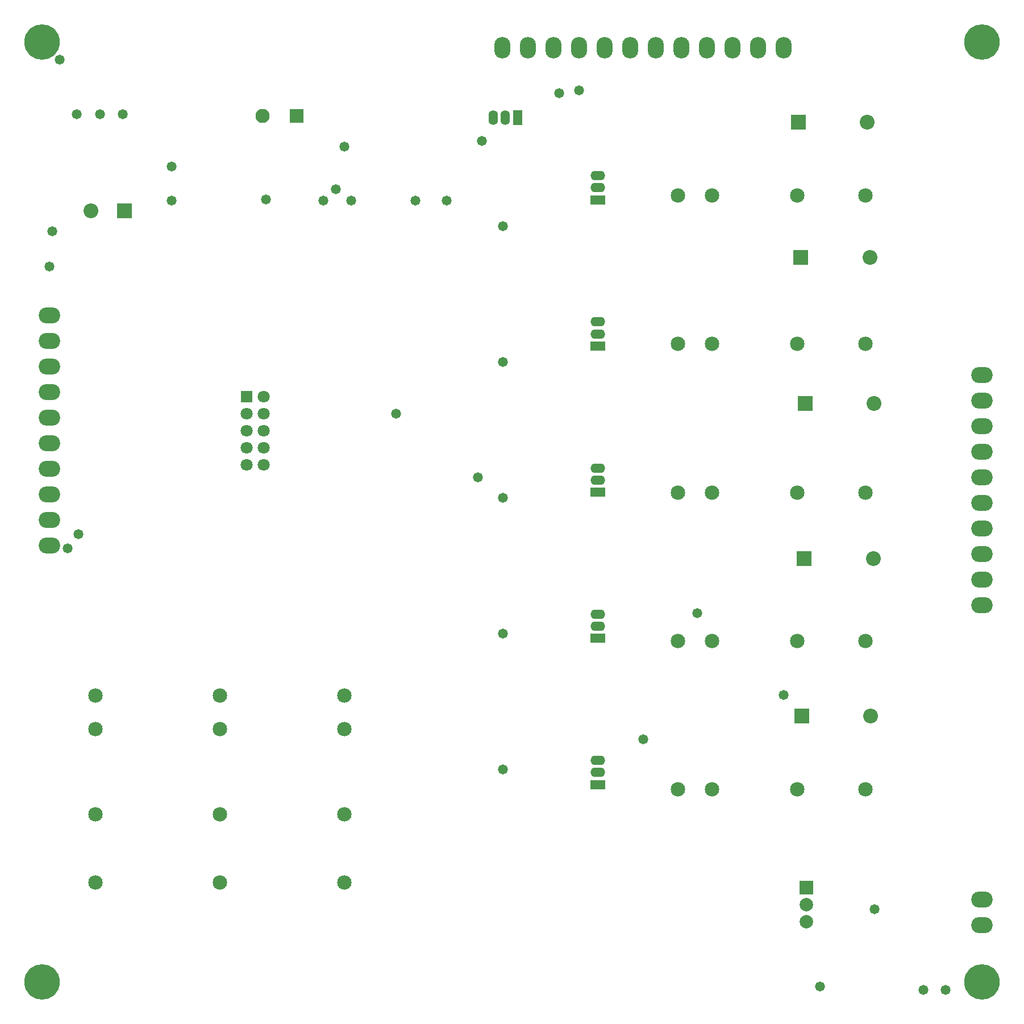
<source format=gbs>
G04*
G04 #@! TF.GenerationSoftware,Altium Limited,Altium Designer,22.3.1 (43)*
G04*
G04 Layer_Color=16711935*
%FSLAX25Y25*%
%MOIN*%
G70*
G04*
G04 #@! TF.SameCoordinates,ABD3340E-3DDB-4FBE-A437-06F7E2321E34*
G04*
G04*
G04 #@! TF.FilePolarity,Negative*
G04*
G01*
G75*
%ADD40R,0.08674X0.08674*%
%ADD44R,0.08280X0.08280*%
%ADD45C,0.08280*%
%ADD46O,0.08674X0.05524*%
%ADD47R,0.08674X0.05524*%
%ADD48C,0.07887*%
%ADD49R,0.07887X0.07887*%
%ADD50C,0.08477*%
%ADD51C,0.07099*%
%ADD52R,0.07099X0.07099*%
%ADD53O,0.12611X0.09461*%
%ADD54C,0.20800*%
%ADD55O,0.05524X0.08674*%
%ADD56R,0.05524X0.08674*%
%ADD57O,0.09461X0.12611*%
%ADD58R,0.08674X0.08674*%
%ADD59C,0.08674*%
%ADD60C,0.05800*%
D40*
X67842Y472000D02*
D03*
D44*
X169000Y527500D02*
D03*
D45*
X149000D02*
D03*
D46*
X345500Y492587D02*
D03*
Y485500D02*
D03*
Y406837D02*
D03*
Y399750D02*
D03*
Y321087D02*
D03*
Y314000D02*
D03*
Y235337D02*
D03*
Y228250D02*
D03*
Y149587D02*
D03*
Y142500D02*
D03*
D47*
Y478413D02*
D03*
Y392663D02*
D03*
Y306913D02*
D03*
Y221163D02*
D03*
Y135413D02*
D03*
D48*
X468000Y55000D02*
D03*
Y65000D02*
D03*
D49*
Y75000D02*
D03*
D50*
X462500Y481000D02*
D03*
X412500D02*
D03*
X392815D02*
D03*
X502657D02*
D03*
X462500Y393875D02*
D03*
X412500D02*
D03*
X392815D02*
D03*
X502657D02*
D03*
X462500Y306750D02*
D03*
X412500D02*
D03*
X392815D02*
D03*
X502657D02*
D03*
X462500Y219625D02*
D03*
X412500D02*
D03*
X392815D02*
D03*
X502657D02*
D03*
X462500Y132500D02*
D03*
X412500D02*
D03*
X392815D02*
D03*
X502657D02*
D03*
X197000Y168000D02*
D03*
Y77843D02*
D03*
Y118000D02*
D03*
Y187685D02*
D03*
X124000Y118000D02*
D03*
Y168000D02*
D03*
Y77843D02*
D03*
Y187685D02*
D03*
X51000Y168000D02*
D03*
Y77843D02*
D03*
Y118000D02*
D03*
Y187685D02*
D03*
D51*
X149500Y343000D02*
D03*
X139500Y323000D02*
D03*
X149500Y363000D02*
D03*
Y323000D02*
D03*
X139500Y343000D02*
D03*
X149500Y353000D02*
D03*
X139500D02*
D03*
Y333000D02*
D03*
X149500D02*
D03*
D52*
X139500Y363000D02*
D03*
D53*
X24000Y335500D02*
D03*
Y290500D02*
D03*
Y395500D02*
D03*
Y410500D02*
D03*
Y275500D02*
D03*
Y305500D02*
D03*
Y350500D02*
D03*
Y380500D02*
D03*
Y365500D02*
D03*
Y320500D02*
D03*
X571000Y53000D02*
D03*
Y68000D02*
D03*
Y360500D02*
D03*
Y330500D02*
D03*
Y315500D02*
D03*
Y285500D02*
D03*
Y255500D02*
D03*
Y240500D02*
D03*
Y270500D02*
D03*
Y300500D02*
D03*
Y345500D02*
D03*
Y375500D02*
D03*
D54*
X570866Y570866D02*
D03*
X19685D02*
D03*
X570866Y19685D02*
D03*
X19685D02*
D03*
D55*
X291413Y526500D02*
D03*
X284327D02*
D03*
D56*
X298500D02*
D03*
D57*
X289500Y567500D02*
D03*
X319500D02*
D03*
X349500D02*
D03*
X394500D02*
D03*
X424500D02*
D03*
X454500D02*
D03*
X439500D02*
D03*
X409500D02*
D03*
X379500D02*
D03*
X364500D02*
D03*
X334500D02*
D03*
X304500D02*
D03*
D58*
X463224Y524000D02*
D03*
X464724Y444500D02*
D03*
X467224Y359000D02*
D03*
X466724Y268000D02*
D03*
X465224Y175500D02*
D03*
D59*
X503776Y524000D02*
D03*
X505276Y444500D02*
D03*
X507776Y359000D02*
D03*
X507276Y268000D02*
D03*
X505776Y175500D02*
D03*
X48157Y472000D02*
D03*
D60*
X323000Y541000D02*
D03*
X334500Y542500D02*
D03*
X29929Y560500D02*
D03*
X34500Y274000D02*
D03*
X40871Y282200D02*
D03*
X192000Y484500D02*
D03*
X184500Y478000D02*
D03*
X476000Y17000D02*
D03*
X227300Y353000D02*
D03*
X25700Y460000D02*
D03*
X275300Y315800D02*
D03*
X454500Y188001D02*
D03*
X372200Y162000D02*
D03*
X404000Y236000D02*
D03*
X277500Y513000D02*
D03*
X24000Y439200D02*
D03*
X508000Y62307D02*
D03*
X95500Y498000D02*
D03*
X40114Y528799D02*
D03*
X290032Y144375D02*
D03*
Y224000D02*
D03*
Y303625D02*
D03*
Y383250D02*
D03*
X95500Y478000D02*
D03*
X151000Y478488D02*
D03*
X53500Y528799D02*
D03*
X66886D02*
D03*
X201000Y478000D02*
D03*
X536500Y15000D02*
D03*
X238500Y478000D02*
D03*
X257000D02*
D03*
X549500Y15000D02*
D03*
X290032Y462875D02*
D03*
X196945Y509701D02*
D03*
M02*

</source>
